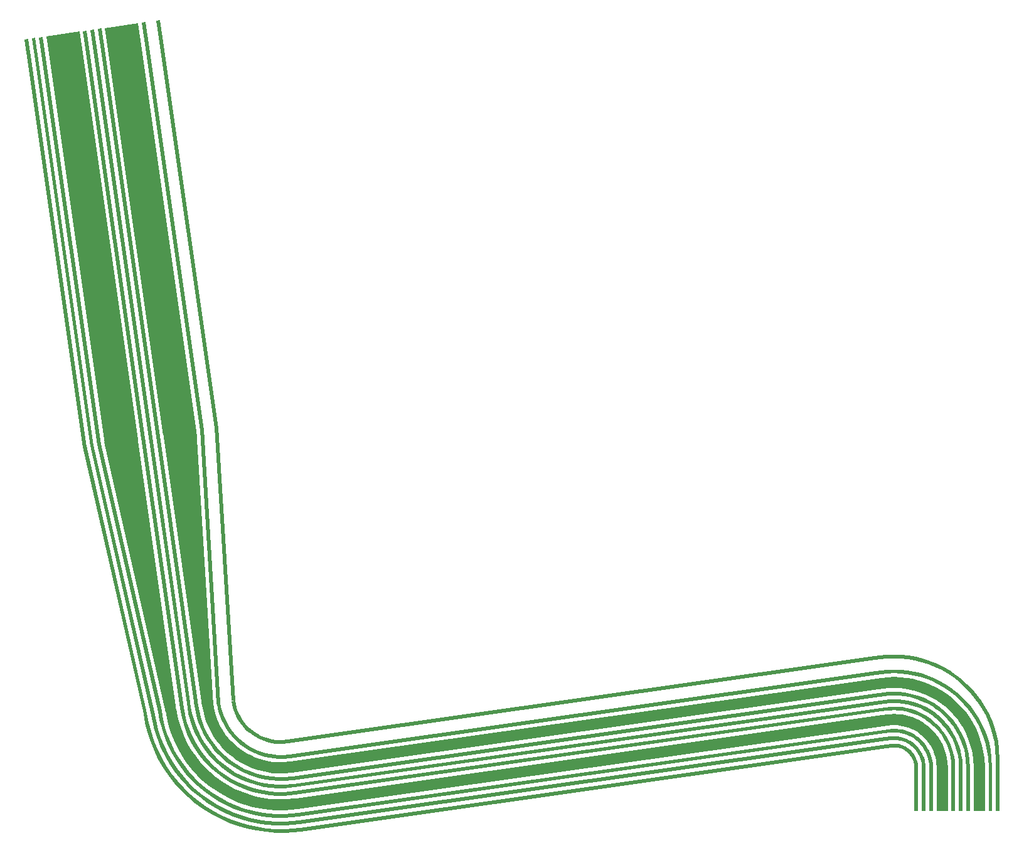
<source format=gbr>
G04 AutoGERB 2.0 for AutoCAD 14*
G04 RS274-X Output *
%FSLAX34Y34*%
%MOMM*%
%ADD12C,0.005000*%
%ADD13C,0.007000*%
G36*X1510811Y1229450D02*X1511593Y1225082D01*X1512655Y1220865*X1514007Y1216731*X1515643Y1212702*X1517556Y1208796*X1519736Y1205033*X1522172Y1201431*X1524852Y1198006*X1527765Y1194776*X1530895Y1191757*X1534228Y1188962*X1537746Y1186406*X1541435Y1184102*X1545274Y1182058*X1549246Y1180287*X1553332Y1178797*X1557510Y1177594*X1561764Y1176685*X1566070Y1176074*X1570407Y1175763*X1574732Y1175756*X1581548Y1176349*X2380105Y1289727*X2389922Y1290774*X2399832Y1291137*X2409742Y1290810*X2419606Y1289794*X2429375Y1288097*X2439004Y1285722*X2448443Y1282685*X2457648Y1278998*X2466575Y1274679*X2475180Y1269751*X2483420Y1264236*X2491258Y1258161*X2498654Y1251556*X2505573Y1244454*X2511981Y1236886*X2517848Y1228891*X2523144Y1220508*X2527844Y1211777*X2531926Y1202739*X2535369Y1193440*X2538157Y1183924*X2540277Y1174238*X2541722Y1164401*X2542592Y1148705*X2542592Y1080294*X2537593Y1080295*X2537593Y1148566*X2536743Y1163898*X2535356Y1173339*X2533310Y1182685*X2530620Y1191867*X2527297Y1200840*X2523359Y1209560*X2518823Y1217985*X2513713Y1226074*X2508052Y1233787*X2501870Y1241089*X2495193Y1247943*X2488057Y1254316*X2480495Y1260177*X2472543Y1265498*X2464240Y1270254*X2455627Y1274421*X2446746Y1277978*X2437637Y1280909*X2428348Y1283200*X2418921Y1284839*X2409403Y1285819*X2399841Y1286134*X2390279Y1285783*X2380722Y1284764*X1582117Y1171380*X1574945Y1170755*X1570224Y1170764*X1565539Y1171099*X1560889Y1171760*X1556295Y1172741*X1551781Y1174040*X1547369Y1175650*X1543079Y1177563*X1538932Y1179769*X1534949Y1182259*X1531149Y1185019*X1527550Y1188038*X1524168Y1191299*X1521023Y1194787*X1518127Y1198486*X1515497Y1202376*X1513143Y1206441*X1511076Y1210659*X1509308Y1215012*X1507848Y1219476*X1506702Y1224031*X1505890Y1228569*X1510811Y1229450*G37*G36*X1491013Y1226616D02*X1492040Y1220878D01*X1493441Y1215312*X1495226Y1209856*X1497386Y1204537*X1499911Y1199381*X1502788Y1194414*X1506004Y1189658*X1509542Y1185137*X1513387Y1180874*X1517518Y1176888*X1521918Y1173200*X1526562Y1169826*X1531431Y1166784*X1536498Y1164086*X1541742Y1161749*X1547135Y1159782*X1552651Y1158194*X1558265Y1156993*X1563950Y1156187*X1569675Y1155777*X1575392Y1155767*X1584359Y1156548*X2381511Y1269726*X2390636Y1270699*X2399850Y1271036*X2409065Y1270732*X2418237Y1269788*X2427320Y1268210*X2436272Y1266002*X2445050Y1263178*X2453609Y1259749*X2461909Y1255734*X2469910Y1251152*X2477572Y1246024*X2484860Y1240375*X2491738Y1234233*X2498171Y1227629*X2504130Y1220593*X2509584Y1213159*X2514509Y1205364*X2518879Y1197245*X2522675Y1188842*X2525876Y1180196*X2528469Y1171348*X2530440Y1162341*X2531783Y1153193*X2532592Y1138604*X2532592Y1080294*X2527593Y1080295*X2527593Y1138465*X2526804Y1152690*X2525519Y1161442*X2523622Y1170109*X2521127Y1178623*X2518046Y1186943*X2514394Y1195028*X2510188Y1202841*X2505449Y1210342*X2500201Y1217494*X2494468Y1224264*X2488277Y1230620*X2481659Y1236530*X2474647Y1241965*X2467273Y1246899*X2459576Y1251309*X2451588Y1255172*X2443353Y1258471*X2434907Y1261189*X2426293Y1263313*X2417552Y1264833*X2408726Y1265741*X2399859Y1266033*X2390993Y1265708*X2382128Y1264763*X1584928Y1151579*X1575605Y1150766*X1569492Y1150778*X1563419Y1151212*X1557390Y1152068*X1551436Y1153341*X1545584Y1155025*X1539865Y1157112*X1534303Y1159591*X1528928Y1162451*X1523765Y1165679*X1518839Y1169257*X1514173Y1173169*X1509790Y1177397*X1505713Y1181918*X1501959Y1186713*X1498549Y1191757*X1495498Y1197026*X1492819Y1202494*X1490529Y1208135*X1488634Y1213923*X1487149Y1219827*X1486092Y1225735*X1491013Y1226616*G37*G36*X1481087Y1225369D02*X1482266Y1218778D01*X1483837Y1212535*X1485838Y1206419*X1488260Y1200456*X1491091Y1194675*X1494318Y1189106*X1497923Y1183773*X1501890Y1178705*X1506201Y1173925*X1510833Y1169457*X1515765Y1165321*X1520972Y1161538*X1526430Y1158127*X1532112Y1155103*X1537991Y1152483*X1544038Y1150277*X1550223Y1148496*X1556517Y1147151*X1562889Y1146247*X1569309Y1145787*X1575674Y1145776*X1585898Y1146667*X2383003Y1259837*X2391349Y1260727*X2399867Y1261039*X2408388Y1260759*X2416868Y1259885*X2425266Y1258426*X2433543Y1256385*X2441658Y1253773*X2449571Y1250604*X2457245Y1246891*X2464643Y1242655*X2471727Y1237913*X2478464Y1232692*X2484823Y1227014*X2490771Y1220906*X2496280Y1214401*X2501323Y1207529*X2505876Y1200322*X2509917Y1192816*X2513426Y1185046*X2516385Y1177053*X2518783Y1168872*X2520605Y1160544*X2521855Y1152033*X2522592Y1138742*X2522592Y1080294*X2507593Y1080297*X2507593Y1138327*X2506916Y1150524*X2505840Y1157849*X2504242Y1165155*X2502138Y1172334*X2499541Y1179349*X2496462Y1186165*X2492915Y1192751*X2488920Y1199076*X2484495Y1205106*X2479662Y1210815*X2474442Y1216173*X2468863Y1221155*X2462950Y1225738*X2456734Y1229898*X2450244Y1233616*X2443510Y1236873*X2436565Y1239654*X2429444Y1241946*X2422183Y1243737*X2414813Y1245018*X2407371Y1245784*X2399896Y1246030*X2392420Y1245756*X2384852Y1244950*X1587605Y1131758*X1576313Y1130775*X1568760Y1130788*X1561298Y1131322*X1553892Y1132374*X1546576Y1133937*X1539387Y1136006*X1532360Y1138570*X1525527Y1141616*X1518923Y1145130*X1512579Y1149095*X1506526Y1153492*X1500794Y1158298*X1495410Y1163492*X1490401Y1169048*X1485790Y1174938*X1481599Y1181135*X1477850Y1187608*X1474559Y1194327*X1471745Y1201258*X1469418Y1208368*X1467593Y1215623*X1466322Y1222728*X1481087Y1225369*G37*G36*X1392022Y1212446D02*X1394274Y1199859D01*X1397374Y1187544*X1401323Y1175475*X1406101Y1163709*X1411686Y1152303*X1418051Y1141314*X1425165Y1130794*X1432993Y1120795*X1441498Y1111363*X1450638Y1102547*X1460368Y1094387*X1470643Y1086923*X1481412Y1080193*X1492623Y1074227*X1504222Y1069056*X1516152Y1064704*X1528356Y1061191*X1540775Y1058536*X1553348Y1056752*X1566015Y1055845*X1578690Y1055823*X1598416Y1057541*X2395567Y1170718*X2397773Y1170954*X2400033Y1171036*X2402294Y1170962*X2404543Y1170730*X2406772Y1170343*X2408967Y1169801*X2411120Y1169109*X2413220Y1168268*X2415256Y1167283*X2417219Y1166159*X2419098Y1164901*X2420886Y1163515*X2422573Y1162009*X2424150Y1160388*X2425612Y1158663*X2426950Y1156839*X2428157Y1154927*X2429230Y1152936*X2430161Y1150875*X2430946Y1148754*X2431582Y1146584*X2432065Y1144374*X2432398Y1142111*X2432592Y1138604*X2432592Y1080294*X2427593Y1080295*X2427593Y1138465*X2427419Y1141608*X2427144Y1143475*X2426735Y1145345*X2426197Y1147181*X2425532Y1148976*X2424745Y1150719*X2423838Y1152404*X2422815Y1154022*X2421683Y1155564*X2420447Y1157025*X2419112Y1158396*X2417685Y1159670*X2416173Y1160842*X2414582Y1161906*X2412921Y1162858*X2411199Y1163691*X2409423Y1164402*X2407602Y1164988*X2405743Y1165446*X2403858Y1165775*X2401955Y1165971*X2400042Y1166033*X2398130Y1165963*X2396184Y1165755*X1598985Y1052572*X1578903Y1050822*X1565832Y1050846*X1552817Y1051777*X1539900Y1053611*X1527141Y1056338*X1514601Y1059947*X1502345Y1064419*X1490428Y1069732*X1478909Y1075860*X1467846Y1082776*X1457289Y1090444*X1447291Y1098828*X1437901Y1107886*X1429164Y1117576*X1421120Y1127849*X1413812Y1138657*X1407273Y1149948*X1401534Y1161666*X1396624Y1173754*X1392567Y1186155*X1389383Y1198808*X1387101Y1211565*X1392022Y1212446*G37*G36*X1401921Y1213862D02*X1404050Y1201961D01*X1406981Y1190321*X1410713Y1178913*X1415230Y1167792*X1420508Y1157011*X1426525Y1146624*X1433249Y1136681*X1440648Y1127229*X1448687Y1118314*X1457326Y1109981*X1466523Y1102268*X1476235Y1095214*X1486414Y1088852*X1497011Y1083213*X1507974Y1078325*X1519251Y1074211*X1530785Y1070892*X1542524Y1068382*X1554408Y1066695*X1566381Y1065839*X1578360Y1065818*X1597010Y1067441*X2394161Y1180619*X2397059Y1180928*X2400015Y1181036*X2402971Y1180939*X2405912Y1180636*X2408826Y1180130*X2411697Y1179422*X2414513Y1178516*X2417259Y1177416*X2419921Y1176128*X2422488Y1174658*X2424945Y1173013*X2427283Y1171201*X2429489Y1169231*X2431552Y1167113*X2433463Y1164856*X2435214Y1162471*X2436793Y1159971*X2438195Y1157367*X2439412Y1154671*X2440439Y1151898*X2441271Y1149060*X2441903Y1146171*X2442336Y1143219*X2442592Y1138604*X2442592Y1080294*X2437593Y1080295*X2437593Y1138465*X2437357Y1142716*X2436982Y1145272*X2436424Y1147821*X2435690Y1150325*X2434783Y1152772*X2433710Y1155150*X2432472Y1157448*X2431079Y1159654*X2429536Y1161757*X2427849Y1163748*X2426028Y1165618*X2424082Y1167356*X2422020Y1168954*X2419851Y1170405*X2417586Y1171703*X2415238Y1172839*X2412816Y1173809*X2410332Y1174609*X2407799Y1175233*X2405227Y1175681*X2402632Y1175948*X2400024Y1176033*X2397416Y1175937*X2394778Y1175656*X1597579Y1062472*X1578573Y1060817*X1566198Y1060840*X1553877Y1061720*X1541649Y1063457*X1529570Y1066039*X1517700Y1069454*X1506097Y1073688*X1494816Y1078718*X1483911Y1084519*X1473438Y1091067*X1463444Y1098325*X1453979Y1106262*X1445090Y1114837*X1436819Y1124010*X1429204Y1133736*X1422286Y1143967*X1416095Y1154656*X1410663Y1165749*X1406014Y1177192*X1402174Y1188932*X1399159Y1200910*X1397000Y1212982*X1401921Y1213862*G37*G36*X1411820Y1215280D02*X1413827Y1204063D01*X1416587Y1193098*X1420103Y1182351*X1424358Y1171874*X1429331Y1161719*X1434998Y1151934*X1441333Y1142567*X1448303Y1133663*X1455876Y1125265*X1464014Y1117415*X1472678Y1110150*X1481827Y1103504*X1491416Y1097511*X1501398Y1092199*X1511726Y1087594*X1522349Y1083719*X1533215Y1080592*X1544273Y1078228*X1555469Y1076639*X1566747Y1075832*X1578031Y1075812*X1595604Y1077342*X2392756Y1190520*X2396345Y1190903*X2399996Y1191036*X2403648Y1190916*X2407282Y1190542*X2410882Y1189917*X2414429Y1189042*X2417906Y1187923*X2421298Y1186564*X2424586Y1184973*X2427757Y1183158*X2430792Y1181126*X2433680Y1178887*X2436406Y1176454*X2438954Y1173836*X2441316Y1171049*X2443477Y1168103*X2445427Y1165015*X2447160Y1161798*X2448664Y1158468*X2449932Y1155042*X2450959Y1151536*X2451740Y1147968*X2452275Y1144327*X2452592Y1138604*X2452592Y1080294*X2447593Y1080295*X2447593Y1138465*X2447296Y1143824*X2446819Y1147069*X2446112Y1150297*X2445183Y1153469*X2444035Y1156569*X2442675Y1159581*X2441108Y1162492*X2439342Y1165286*X2437387Y1167950*X2435251Y1170473*X2432945Y1172841*X2430479Y1175042*X2427867Y1177067*X2425120Y1178905*X2422253Y1180548*X2419277Y1181987*X2416209Y1183216*X2413062Y1184229*X2409853Y1185020*X2406597Y1185587*X2403309Y1185925*X2400005Y1186033*X2396702Y1185912*X2393373Y1185557*X1596173Y1072373*X1578244Y1070811*X1566564Y1070833*X1554938Y1071664*X1543398Y1073303*X1532000Y1075739*X1520798Y1078962*X1509849Y1082957*X1499203Y1087704*X1488913Y1093178*X1479030Y1099357*X1469599Y1106207*X1460667Y1113696*X1452279Y1121788*X1444474Y1130444*X1437288Y1139622*X1430759Y1149277*X1424918Y1159364*X1419791Y1169831*X1415406Y1180630*X1411780Y1191709*X1408936Y1203012*X1406899Y1214399*X1411820Y1215280*G37*G36*X1431591Y1218285D02*X1433383Y1208268D01*X1435804Y1198652*X1438887Y1189228*X1442618Y1180042*X1446979Y1171135*X1451949Y1162555*X1457503Y1154342*X1463615Y1146534*X1470256Y1139170*X1477392Y1132286*X1484990Y1125914*X1493013Y1120087*X1501421Y1114832*X1510174Y1110174*X1519231Y1106136*X1528546Y1102738*X1538075Y1099995*X1547771Y1097922*X1557589Y1096529*X1567479Y1095821*X1577323Y1095804*X1592927Y1097163*X2390030Y1210333*X2394918Y1210855*X2399960Y1211039*X2405003Y1210873*X2410021Y1210356*X2414991Y1209492*X2419890Y1208285*X2424693Y1206739*X2429376Y1204863*X2433918Y1202667*X2438297Y1200159*X2442490Y1197352*X2446478Y1194261*X2450240Y1190900*X2453760Y1187287*X2457021Y1183437*X2460006Y1179369*X2462701Y1175103*X2465092Y1170661*X2467169Y1166063*X2468921Y1161332*X2470339Y1156490*X2471418Y1151562*X2472163Y1146492*X2472592Y1138742*X2472592Y1080294*X2457593Y1080297*X2457593Y1138327*X2457224Y1144983*X2456653Y1148865*X2455798Y1152773*X2454672Y1156613*X2453284Y1160364*X2451637Y1164010*X2449740Y1167534*X2447603Y1170916*X2445236Y1174142*X2442651Y1177194*X2439859Y1180061*X2436875Y1182726*X2433713Y1185177*X2430388Y1187402*X2426917Y1189390*X2423315Y1191132*X2419600Y1192620*X2415793Y1193846*X2411908Y1194803*X2407966Y1195489*X2403986Y1195898*X2399987Y1196030*X2395989Y1195884*X2391881Y1195446*X1594634Y1082254*X1577962Y1080803*X1566930Y1080822*X1555998Y1081604*X1545146Y1083145*X1534428Y1085436*X1523895Y1088467*X1513600Y1092223*X1503589Y1096687*X1493914Y1101835*X1484620Y1107644*X1475753Y1114085*X1467353Y1121127*X1459465Y1128737*X1452126Y1136877*X1445370Y1145507*X1439230Y1154586*X1433738Y1164070*X1428917Y1173913*X1424792Y1184067*X1421385Y1194485*X1418710Y1205113*X1416826Y1215644*X1431591Y1218285*G37*G36*X1441518Y1219530D02*X1443157Y1210369D01*X1445408Y1201428*X1448275Y1192665*X1451744Y1184123*X1455798Y1175842*X1460420Y1167864*X1465585Y1160226*X1471268Y1152966*X1477443Y1146119*X1484079Y1139717*X1491143Y1133793*X1498603Y1128374*X1506422Y1123489*X1514561Y1119157*X1522982Y1115402*X1531643Y1112243*X1540504Y1109693*X1549520Y1107765*X1558649Y1106469*X1567845Y1105811*X1577041Y1105795*X1591387Y1107044*X2388539Y1220222*X2394204Y1220826*X2399941Y1221036*X2405679Y1220847*X2411390Y1220259*X2417046Y1219276*X2422621Y1217902*X2428085Y1216143*X2433415Y1214008*X2438582Y1211508*X2443564Y1208656*X2448335Y1205462*X2452873Y1201945*X2457155Y1198121*X2461160Y1194009*X2464871Y1189628*X2468267Y1184999*X2471334Y1180145*X2474054Y1175091*X2476418Y1169858*X2478411Y1164475*X2480025Y1158966*X2481252Y1153357*X2482090Y1147652*X2482592Y1138604*X2482592Y1080294*X2477593Y1080295*X2477593Y1138465*X2477111Y1147149*X2476331Y1152458*X2475178Y1157727*X2473662Y1162902*X2471789Y1167959*X2469569Y1172874*X2467013Y1177622*X2464132Y1182182*X2460942Y1186529*X2457457Y1190644*X2453694Y1194508*X2449672Y1198100*X2445410Y1201403*X2440927Y1204403*X2436249Y1207083*X2431394Y1209431*X2426388Y1211436*X2421254Y1213089*X2416019Y1214379*X2410705Y1215304*X2405340Y1215856*X2399950Y1216033*X2394561Y1215835*X2389156Y1215259*X1591956Y1102075*X1577254Y1100794*X1567662Y1100812*X1558118Y1101494*X1548645Y1102840*X1539289Y1104840*X1530094Y1107486*X1521105Y1110765*X1512366Y1114662*X1503919Y1119156*X1495806Y1124227*X1488064Y1129850*X1480732Y1135998*X1473846Y1142642*X1467439Y1149747*X1461540Y1157281*X1456181Y1165207*X1451385Y1173487*X1447177Y1182080*X1443576Y1190944*X1440601Y1200039*X1438266Y1209318*X1436597Y1218650*X1441518Y1219530*G37*G36*X1461316Y1222364D02*X1462710Y1214573D01*X1464621Y1206981*X1467054Y1199542*X1470001Y1192288*X1473443Y1185258*X1477367Y1178484*X1481753Y1171999*X1486577Y1165835*X1491821Y1160021*X1497455Y1154586*X1503453Y1149556*X1509786Y1144955*X1516425Y1140807*X1523336Y1137129*X1530486Y1133941*X1537840Y1131258*X1545363Y1129093*X1553018Y1127456*X1560769Y1126356*X1568577Y1125797*X1576382Y1125784*X1588576Y1126846*X2385728Y1240023*X2392777Y1240775*X2399905Y1241036*X2407034Y1240801*X2414129Y1240071*X2421156Y1238850*X2428082Y1237142*X2434871Y1234957*X2441492Y1232305*X2447914Y1229199*X2454103Y1225654*X2460030Y1221687*X2465668Y1217317*X2470988Y1212566*X2475965Y1207456*X2480574Y1202014*X2484793Y1196263*X2488604Y1190233*X2491984Y1183953*X2494921Y1177452*X2497397Y1170763*X2499403Y1163918*X2500927Y1156951*X2501968Y1149868*X2502592Y1138604*X2502592Y1080294*X2497593Y1080295*X2497593Y1138465*X2496989Y1149365*X2496006Y1156052*X2494556Y1162679*X2492648Y1169190*X2490292Y1175553*X2487499Y1181736*X2484283Y1187710*X2480660Y1193446*X2476645Y1198915*X2472262Y1204093*X2467527Y1208953*X2462467Y1213472*X2457105Y1217628*X2451466Y1221401*X2445579Y1224774*X2439471Y1227728*X2433174Y1230250*X2426715Y1232329*X2420127Y1233953*X2413444Y1235116*X2406695Y1235810*X2399914Y1236033*X2393134Y1235784*X2386345Y1235060*X1589145Y1121877*X1576595Y1120783*X1568394Y1120798*X1560238Y1121381*X1552143Y1122531*X1544148Y1124240*X1536289Y1126501*X1528609Y1129304*X1521141Y1132634*X1513922Y1136474*X1506989Y1140808*X1500374Y1145613*X1494108Y1150867*X1488224Y1156544*X1482748Y1162616*X1477708Y1169054*X1473128Y1175827*X1469030Y1182903*X1465434Y1190245*X1462357Y1197821*X1459814Y1205592*X1457819Y1213522*X1456395Y1221484*X1461316Y1222364*G37*G36*X1451418Y1220947D02*X1452933Y1212471D01*X1455014Y1204205*X1457664Y1196104*X1460872Y1188206*X1464621Y1180550*X1468893Y1173174*X1473669Y1166112*X1478923Y1159400*X1484632Y1153070*X1490767Y1147152*X1497298Y1141675*X1504194Y1136665*X1511424Y1132148*X1518948Y1128143*X1526734Y1124671*X1534741Y1121750*X1542933Y1119393*X1551269Y1117610*X1559709Y1116413*X1568211Y1115804*X1576711Y1115790*X1589982Y1116945*X2387133Y1230123*X2393491Y1230801*X2399923Y1231036*X2406356Y1230824*X2412759Y1230165*X2419100Y1229063*X2425350Y1227522*X2431478Y1225550*X2437453Y1223157*X2443247Y1220353*X2448833Y1217155*X2454182Y1213575*X2459270Y1209631*X2464072Y1205344*X2468562Y1200732*X2472722Y1195821*X2476531Y1190631*X2479969Y1185189*X2483019Y1179522*X2485669Y1173655*X2487904Y1167619*X2489714Y1161442*X2491090Y1155154*X2492029Y1148760*X2492592Y1138604*X2492592Y1080294*X2487593Y1080295*X2487593Y1138465*X2487050Y1148257*X2486169Y1154255*X2484867Y1160203*X2483155Y1166046*X2481040Y1171756*X2478534Y1177305*X2475648Y1182666*X2472396Y1187814*X2468795Y1192722*X2464859Y1197369*X2460611Y1201731*X2456069Y1205786*X2451257Y1209516*X2446198Y1212902*X2440914Y1215928*X2435432Y1218580*X2429781Y1220843*X2423985Y1222709*X2418073Y1224166*X2412074Y1225210*X2406017Y1225833*X2399932Y1226033*X2393848Y1225810*X2387750Y1225160*X1590551Y1111976*X1576924Y1110789*X1568028Y1110805*X1559178Y1111438*X1550394Y1112685*X1541718Y1114540*X1533192Y1116993*X1524857Y1120034*X1516753Y1123648*X1508921Y1127815*X1501397Y1132518*X1494219Y1137732*X1487420Y1143433*X1481035Y1149593*X1475094Y1156181*X1469624Y1163167*X1464654Y1170517*X1460208Y1178195*X1456305Y1186163*X1452967Y1194383*X1450207Y1202816*X1448042Y1211420*X1446496Y1220067*X1451418Y1220947*G37*G36*X1458637Y1595441D02*X1481264Y1223198D01*X1466471Y1221695*X1413641Y1590862*X1458637Y1595441*G37*G36*X1378946Y1585978D02*X1431943Y1215815D01*X1417396Y1213127*X1334466Y1577749*X1378946Y1585978*G37*G36*X1488413Y1597604D02*X1510846Y1229161D01*X1505855Y1228858*X1483422Y1597300*X1488413Y1597604*G37*G36*X1468615Y1594770D02*X1491048Y1226327D01*X1486057Y1226024*X1463624Y1594466*X1468615Y1594770*G37*G36*X1409199Y1586471D02*X1461330Y1222279D01*X1456381Y1221571*X1404250Y1585762*X1409199Y1586471*G37*G36*X1399300Y1585054D02*X1451431Y1220862D01*X1446482Y1220154*X1394351Y1584345*X1399300Y1585054*G37*G36*X1389401Y1583637D02*X1441532Y1219445D01*X1436583Y1218737*X1384452Y1582928*X1389401Y1583637*G37*G36*X1329970Y1575334D02*X1411797Y1215393D01*X1406922Y1214286*X1325095Y1574226*X1329970Y1575334*G37*G36*X1320070Y1573917D02*X1401898Y1213976D01*X1397023Y1212869*X1315195Y1572809*X1320070Y1573917*G37*G36*X1310171Y1572500D02*X1391999Y1212559D01*X1387124Y1211452*X1305296Y1571392*X1310171Y1572500*G37*G36*X1409674Y2147741D02*X1488392Y1597807D01*X1483443Y1597099*X1404725Y2147032*X1409674Y2147741*G37*G36*X1389876Y2144907D02*X1468594Y1594973D01*X1463645Y1594265*X1384927Y2144198*X1389876Y2144907*G37*G36*X1379978Y2143488D02*X1458696Y1593554D01*X1414149Y1587186*X1335432Y2137111*X1379978Y2143488*G37*G36*X1231491Y2122234D02*X1310208Y1572300D01*X1305259Y1571593*X1226542Y2121526*X1231491Y2122234*G37*G36*X1241390Y2123651D02*X1320107Y1573717D01*X1315158Y1573010*X1236441Y2122943*X1241390Y2123651*G37*G36*X1251289Y2125069D02*X1330007Y1575135D01*X1325058Y1574427*X1246340Y2124360*X1251289Y2125069*G37*G36*X1300785Y2132152D02*X1379503Y1582218D01*X1334956Y1575850*X1256239Y2125775*X1300785Y2132152*G37*G36*X1330482Y2136404D02*X1409199Y1586470D01*X1404250Y1585763*X1325533Y2135696*X1330482Y2136404*G37*G36*X1310683Y2133571D02*X1389401Y1583637D01*X1384452Y1582929*X1305734Y2132862*X1310683Y2133571*G37*G36*X1320583Y2134987D02*X1399300Y1585053D01*X1394351Y1584346*X1315634Y2134279*X1320583Y2134987*G37*M02*
</source>
